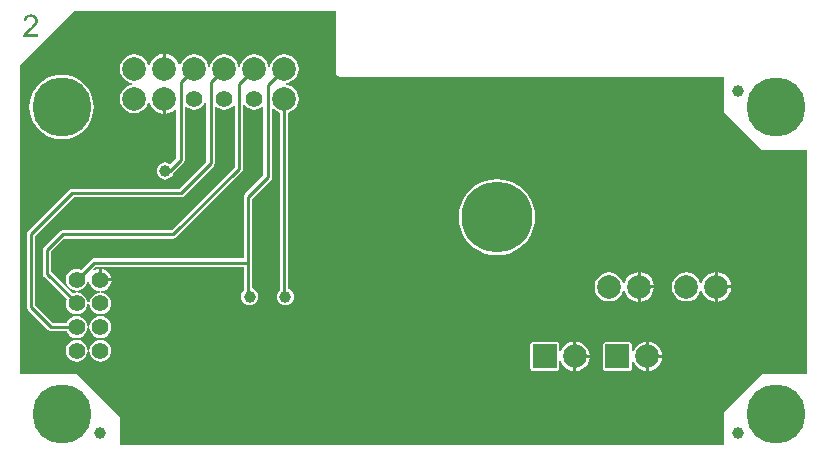
<source format=gbl>
G04 Layer_Physical_Order=2*
G04 Layer_Color=255*
%FSLAX44Y44*%
%MOMM*%
G71*
G01*
G75*
%ADD10C,1.0000*%
%ADD14C,0.2540*%
%ADD15C,2.0000*%
%ADD16C,1.4000*%
%ADD17R,2.0000X2.0000*%
%ADD18C,5.0000*%
%ADD19C,6.0000*%
G36*
X270735Y317656D02*
X270945Y316602D01*
X271541Y315709D01*
X271710Y315541D01*
X271710Y315541D01*
X272603Y314944D01*
X273656Y314735D01*
X273656Y314735D01*
X599305D01*
Y284523D01*
X631070Y252758D01*
X668987D01*
Y62758D01*
X631070D01*
X621070Y52758D01*
X599305Y30994D01*
Y2753D01*
X87821D01*
Y26007D01*
X51070Y62758D01*
X2753D01*
Y324441D01*
X48810Y370498D01*
X270735D01*
Y317656D01*
D02*
G37*
G36*
X12664Y367445D02*
X12892Y367416D01*
X13178Y367388D01*
X13463Y367359D01*
X13806Y367273D01*
X14491Y367102D01*
X15233Y366817D01*
X15576Y366645D01*
X15919Y366446D01*
X16261Y366217D01*
X16575Y365932D01*
X16604Y365903D01*
X16632Y365875D01*
X16718Y365789D01*
X16832Y365646D01*
X16946Y365503D01*
X17089Y365332D01*
X17232Y365104D01*
X17403Y364875D01*
X17689Y364333D01*
X17946Y363676D01*
X18060Y363334D01*
X18146Y362934D01*
X18174Y362563D01*
X18203Y362135D01*
Y362077D01*
Y361935D01*
X18174Y361706D01*
X18146Y361421D01*
X18088Y361050D01*
X18003Y360679D01*
X17888Y360279D01*
X17717Y359851D01*
X17689Y359794D01*
X17632Y359651D01*
X17517Y359451D01*
X17346Y359165D01*
X17118Y358794D01*
X16861Y358395D01*
X16518Y357966D01*
X16147Y357509D01*
X16090Y357452D01*
X15947Y357281D01*
X15833Y357167D01*
X15662Y356996D01*
X15490Y356824D01*
X15290Y356624D01*
X15062Y356396D01*
X14777Y356139D01*
X14491Y355882D01*
X14148Y355568D01*
X13806Y355254D01*
X13406Y354911D01*
X12978Y354540D01*
X12521Y354141D01*
X12493Y354112D01*
X12435Y354055D01*
X12321Y353969D01*
X12179Y353855D01*
X11836Y353541D01*
X11379Y353170D01*
X10922Y352770D01*
X10494Y352371D01*
X10094Y352000D01*
X9952Y351857D01*
X9809Y351714D01*
X9780Y351685D01*
X9723Y351600D01*
X9609Y351486D01*
X9466Y351314D01*
X9295Y351143D01*
X9124Y350915D01*
X8810Y350458D01*
X18231D01*
Y348202D01*
X5526D01*
Y348231D01*
Y348345D01*
Y348516D01*
X5555Y348716D01*
X5584Y348973D01*
X5612Y349230D01*
X5698Y349544D01*
X5784Y349830D01*
Y349858D01*
X5812Y349887D01*
X5869Y350058D01*
X5983Y350315D01*
X6155Y350629D01*
X6383Y351029D01*
X6640Y351457D01*
X6954Y351914D01*
X7325Y352371D01*
Y352399D01*
X7382Y352428D01*
X7525Y352599D01*
X7782Y352856D01*
X8124Y353199D01*
X8553Y353627D01*
X9095Y354141D01*
X9723Y354683D01*
X10437Y355283D01*
X10466Y355311D01*
X10580Y355397D01*
X10723Y355540D01*
X10951Y355711D01*
X11208Y355911D01*
X11493Y356168D01*
X12121Y356767D01*
X12835Y357395D01*
X13520Y358080D01*
X13863Y358423D01*
X14148Y358737D01*
X14434Y359051D01*
X14662Y359337D01*
Y359365D01*
X14720Y359394D01*
X14777Y359479D01*
X14834Y359594D01*
X15005Y359879D01*
X15233Y360250D01*
X15433Y360707D01*
X15604Y361192D01*
X15719Y361678D01*
X15776Y362192D01*
Y362220D01*
Y362249D01*
X15747Y362420D01*
X15719Y362677D01*
X15662Y363020D01*
X15519Y363391D01*
X15348Y363791D01*
X15091Y364190D01*
X14748Y364561D01*
X14691Y364590D01*
X14577Y364704D01*
X14348Y364875D01*
X14063Y365047D01*
X13663Y365218D01*
X13235Y365389D01*
X12721Y365503D01*
X12150Y365532D01*
X11979D01*
X11865Y365503D01*
X11551Y365475D01*
X11179Y365389D01*
X10723Y365275D01*
X10266Y365075D01*
X9809Y364818D01*
X9409Y364476D01*
X9381Y364418D01*
X9266Y364276D01*
X9095Y364047D01*
X8924Y363733D01*
X8724Y363334D01*
X8581Y362848D01*
X8467Y362277D01*
X8410Y361649D01*
X5983Y361906D01*
Y361935D01*
Y362020D01*
X6012Y362163D01*
X6040Y362363D01*
X6097Y362591D01*
X6155Y362848D01*
X6297Y363448D01*
X6526Y364104D01*
X6868Y364790D01*
X7068Y365132D01*
X7297Y365446D01*
X7554Y365760D01*
X7839Y366046D01*
X7868Y366074D01*
X7925Y366103D01*
X8010Y366189D01*
X8124Y366274D01*
X8296Y366389D01*
X8496Y366503D01*
X8724Y366617D01*
X9010Y366760D01*
X9295Y366902D01*
X9609Y367017D01*
X9980Y367131D01*
X10380Y367245D01*
X10780Y367331D01*
X11236Y367416D01*
X11693Y367445D01*
X12207Y367473D01*
X12464D01*
X12664Y367445D01*
D02*
G37*
%LPC*%
G36*
X474022Y90444D02*
Y79233D01*
X485233D01*
X484969Y81237D01*
X483706Y84287D01*
X481696Y86907D01*
X479076Y88917D01*
X476026Y90180D01*
X474022Y90444D01*
D02*
G37*
G36*
X535560Y90322D02*
Y79111D01*
X546771D01*
X546507Y81115D01*
X545244Y84165D01*
X543234Y86785D01*
X540614Y88795D01*
X537564Y90058D01*
X535560Y90322D01*
D02*
G37*
G36*
X471482Y90444D02*
X469478Y90180D01*
X466428Y88917D01*
X463808Y86907D01*
X461798Y84287D01*
X460865Y82034D01*
X459595Y82287D01*
Y87963D01*
X459424Y88821D01*
X458938Y89549D01*
X458210Y90035D01*
X457352Y90206D01*
X437352D01*
X436494Y90035D01*
X435766Y89549D01*
X435280Y88821D01*
X435109Y87963D01*
Y67963D01*
X435280Y67105D01*
X435766Y66377D01*
X436494Y65891D01*
X437352Y65720D01*
X457352D01*
X458210Y65891D01*
X458938Y66377D01*
X459424Y67105D01*
X459595Y67963D01*
Y73639D01*
X460865Y73892D01*
X461798Y71639D01*
X463808Y69019D01*
X466428Y67009D01*
X469478Y65746D01*
X471482Y65482D01*
Y77963D01*
Y90444D01*
D02*
G37*
G36*
X533020Y90322D02*
X531017Y90058D01*
X527966Y88795D01*
X525347Y86785D01*
X523336Y84165D01*
X522403Y81912D01*
X521133Y82165D01*
Y87841D01*
X520963Y88700D01*
X520476Y89427D01*
X519749Y89914D01*
X518890Y90084D01*
X498890D01*
X498032Y89914D01*
X497304Y89427D01*
X496818Y88700D01*
X496647Y87841D01*
Y67841D01*
X496818Y66983D01*
X497304Y66255D01*
X498032Y65769D01*
X498890Y65598D01*
X518890D01*
X519749Y65769D01*
X520476Y66255D01*
X520963Y66983D01*
X521133Y67841D01*
Y73517D01*
X522403Y73770D01*
X523336Y71517D01*
X525347Y68898D01*
X527966Y66887D01*
X531017Y65624D01*
X533020Y65360D01*
Y77841D01*
Y90322D01*
D02*
G37*
G36*
X485233Y76693D02*
X474022D01*
Y65482D01*
X476026Y65746D01*
X479076Y67009D01*
X481696Y69019D01*
X483706Y71639D01*
X484969Y74689D01*
X485233Y76693D01*
D02*
G37*
G36*
X546771Y76571D02*
X535560D01*
Y65360D01*
X537564Y65624D01*
X540614Y66887D01*
X543234Y68898D01*
X545244Y71517D01*
X546507Y74568D01*
X546771Y76571D01*
D02*
G37*
G36*
X71070Y92037D02*
X68668Y91721D01*
X66430Y90794D01*
X64509Y89320D01*
X63034Y87398D01*
X62107Y85160D01*
X61791Y82758D01*
X62107Y80357D01*
X63034Y78119D01*
X64509Y76197D01*
X66430Y74722D01*
X68668Y73795D01*
X71070Y73479D01*
X73472Y73795D01*
X75710Y74722D01*
X77632Y76197D01*
X79106Y78119D01*
X80033Y80357D01*
X80349Y82758D01*
X80033Y85160D01*
X79106Y87398D01*
X77632Y89320D01*
X75710Y90794D01*
X73472Y91721D01*
X71070Y92037D01*
D02*
G37*
G36*
X51070D02*
X48668Y91721D01*
X46430Y90794D01*
X44509Y89320D01*
X43034Y87398D01*
X42107Y85160D01*
X41791Y82758D01*
X42107Y80357D01*
X43034Y78119D01*
X44509Y76197D01*
X46430Y74722D01*
X48668Y73795D01*
X51070Y73479D01*
X53472Y73795D01*
X55710Y74722D01*
X57632Y76197D01*
X59106Y78119D01*
X60033Y80357D01*
X60349Y82758D01*
X60033Y85160D01*
X59106Y87398D01*
X57632Y89320D01*
X55710Y90794D01*
X53472Y91721D01*
X51070Y92037D01*
D02*
G37*
G36*
X71070Y112037D02*
X68668Y111721D01*
X66430Y110794D01*
X64509Y109320D01*
X63034Y107398D01*
X62107Y105160D01*
X61791Y102758D01*
X62107Y100357D01*
X63034Y98118D01*
X64509Y96197D01*
X66430Y94722D01*
X68668Y93795D01*
X71070Y93479D01*
X73472Y93795D01*
X75710Y94722D01*
X77632Y96197D01*
X79106Y98118D01*
X80033Y100357D01*
X80349Y102758D01*
X80033Y105160D01*
X79106Y107398D01*
X77632Y109320D01*
X75710Y110794D01*
X73472Y111721D01*
X71070Y112037D01*
D02*
G37*
G36*
X72340Y152213D02*
Y144028D01*
X80525D01*
X80365Y145249D01*
X79403Y147569D01*
X77874Y149562D01*
X75881Y151091D01*
X73561Y152053D01*
X72340Y152213D01*
D02*
G37*
G36*
X591379Y149154D02*
X589375Y148890D01*
X586325Y147627D01*
X583705Y145617D01*
X581695Y142997D01*
X580432Y139946D01*
X580418Y139842D01*
X579137D01*
X579135Y139858D01*
X577905Y142825D01*
X575950Y145374D01*
X573401Y147330D01*
X570434Y148559D01*
X567249Y148978D01*
X564064Y148559D01*
X561096Y147330D01*
X558548Y145374D01*
X556592Y142825D01*
X555363Y139858D01*
X554943Y136673D01*
X555363Y133488D01*
X556592Y130520D01*
X558548Y127972D01*
X561096Y126016D01*
X564064Y124787D01*
X567249Y124368D01*
X570434Y124787D01*
X573401Y126016D01*
X575950Y127972D01*
X577905Y130520D01*
X579135Y133488D01*
X579137Y133504D01*
X580418D01*
X580432Y133399D01*
X581695Y130349D01*
X583705Y127729D01*
X586325Y125719D01*
X589375Y124456D01*
X591379Y124192D01*
Y136673D01*
Y149154D01*
D02*
G37*
G36*
X406749Y227973D02*
X401696Y227575D01*
X396768Y226392D01*
X392085Y224452D01*
X387763Y221804D01*
X383909Y218512D01*
X380618Y214658D01*
X377970Y210337D01*
X376030Y205654D01*
X374847Y200726D01*
X374449Y195673D01*
X374847Y190620D01*
X376030Y185692D01*
X377970Y181009D01*
X380618Y176688D01*
X383909Y172834D01*
X387763Y169542D01*
X392085Y166894D01*
X396768Y164954D01*
X401696Y163771D01*
X406749Y163373D01*
X411801Y163771D01*
X416730Y164954D01*
X421412Y166894D01*
X425734Y169542D01*
X429588Y172834D01*
X432880Y176688D01*
X435528Y181009D01*
X437467Y185692D01*
X438651Y190620D01*
X439048Y195673D01*
X438651Y200726D01*
X437467Y205654D01*
X435528Y210337D01*
X432880Y214658D01*
X429588Y218512D01*
X425734Y221804D01*
X421412Y224452D01*
X416730Y226392D01*
X411801Y227575D01*
X406749Y227973D01*
D02*
G37*
G36*
X126409Y333858D02*
Y321377D01*
X123869D01*
Y333858D01*
X121865Y333595D01*
X118815Y332331D01*
X116195Y330321D01*
X114185Y327702D01*
X112922Y324651D01*
X112908Y324547D01*
X111627D01*
X111625Y324562D01*
X110396Y327530D01*
X108440Y330079D01*
X105892Y332034D01*
X102924Y333264D01*
X99739Y333683D01*
X96554Y333264D01*
X93586Y332034D01*
X91038Y330079D01*
X89082Y327530D01*
X87853Y324562D01*
X87434Y321377D01*
X87853Y318193D01*
X89082Y315225D01*
X91038Y312676D01*
X93586Y310721D01*
X96554Y309492D01*
X97872Y309318D01*
Y308037D01*
X96554Y307864D01*
X93586Y306634D01*
X91038Y304679D01*
X89082Y302130D01*
X87853Y299162D01*
X87434Y295977D01*
X87853Y292793D01*
X89082Y289825D01*
X91038Y287276D01*
X93586Y285321D01*
X96554Y284091D01*
X99739Y283672D01*
X102924Y284091D01*
X105892Y285321D01*
X108440Y287276D01*
X110396Y289825D01*
X111625Y292793D01*
X111627Y292808D01*
X112908D01*
X112922Y292704D01*
X114185Y289653D01*
X116195Y287034D01*
X118815Y285024D01*
X121865Y283760D01*
X123869Y283496D01*
Y295977D01*
X126409D01*
Y283496D01*
X128413Y283760D01*
X131463Y285024D01*
X134083Y287034D01*
X134229Y287224D01*
X135431Y286816D01*
Y245691D01*
X130319Y240578D01*
X129533Y241181D01*
X127782Y241906D01*
X125902Y242154D01*
X124023Y241906D01*
X122271Y241181D01*
X120767Y240027D01*
X119613Y238523D01*
X118888Y236771D01*
X118640Y234892D01*
X118888Y233012D01*
X119613Y231261D01*
X120767Y229757D01*
X122271Y228603D01*
X124023Y227877D01*
X125902Y227630D01*
X127782Y227877D01*
X129533Y228603D01*
X131037Y229757D01*
X132191Y231261D01*
X132917Y233012D01*
X132941Y233193D01*
X141471Y241724D01*
X142238Y242871D01*
X142507Y244225D01*
Y289356D01*
X143710Y289765D01*
X143977Y289416D01*
X145899Y287941D01*
X148137Y287014D01*
X150539Y286698D01*
X152941Y287014D01*
X155179Y287941D01*
X157100Y289416D01*
X158575Y291338D01*
X159502Y293576D01*
X159549Y293931D01*
X160819Y293848D01*
Y242704D01*
X137877Y219762D01*
X47091D01*
X45737Y219493D01*
X44589Y218726D01*
X9903Y184040D01*
X9136Y182892D01*
X8867Y181538D01*
Y119901D01*
X9136Y118547D01*
X9903Y117399D01*
X27046Y100256D01*
X28194Y99489D01*
X29548Y99220D01*
X42578D01*
X43034Y98118D01*
X44509Y96197D01*
X46430Y94722D01*
X48668Y93795D01*
X51070Y93479D01*
X53472Y93795D01*
X55710Y94722D01*
X57632Y96197D01*
X59106Y98118D01*
X60033Y100357D01*
X60349Y102758D01*
X60033Y105160D01*
X59106Y107398D01*
X57632Y109320D01*
X55710Y110794D01*
X53472Y111721D01*
X51070Y112037D01*
X48668Y111721D01*
X46430Y110794D01*
X44509Y109320D01*
X43034Y107398D01*
X42578Y106296D01*
X31013D01*
X15943Y121367D01*
Y180073D01*
X48557Y212686D01*
X139343D01*
X140697Y212956D01*
X141844Y213723D01*
X166859Y238737D01*
X167626Y239885D01*
X167895Y241239D01*
Y289262D01*
X169165Y289693D01*
X169377Y289416D01*
X171299Y287941D01*
X173537Y287014D01*
X175939Y286698D01*
X178341Y287014D01*
X180579Y287941D01*
X182500Y289416D01*
X183816Y291131D01*
X184626Y291017D01*
X185086Y290790D01*
Y238411D01*
X131344Y184668D01*
X39067D01*
X37713Y184398D01*
X36566Y183631D01*
X23629Y170695D01*
X22863Y169547D01*
X22593Y168193D01*
Y147697D01*
X22863Y146343D01*
X23629Y145195D01*
X42563Y126262D01*
X42107Y125160D01*
X41791Y122758D01*
X42107Y120357D01*
X43034Y118118D01*
X44509Y116197D01*
X46430Y114722D01*
X48668Y113795D01*
X51070Y113479D01*
X53472Y113795D01*
X55710Y114722D01*
X57632Y116197D01*
X59106Y118118D01*
X60033Y120357D01*
X60349Y122758D01*
X60033Y125160D01*
X59106Y127398D01*
X57632Y129320D01*
X55710Y130794D01*
X53472Y131721D01*
X51070Y132037D01*
X48668Y131721D01*
X47567Y131265D01*
X29669Y149163D01*
Y166728D01*
X40533Y177592D01*
X132809D01*
X134163Y177861D01*
X135311Y178628D01*
X191126Y234443D01*
X191893Y235591D01*
X192162Y236945D01*
Y290819D01*
X192816Y291116D01*
X193432Y291169D01*
X194777Y289416D01*
X196699Y287941D01*
X198937Y287014D01*
X201339Y286698D01*
X203741Y287014D01*
X205979Y287941D01*
X207900Y289416D01*
X207965Y289500D01*
X209167Y289091D01*
Y231193D01*
X193302Y215327D01*
X192535Y214180D01*
X192265Y212826D01*
Y160774D01*
X65547D01*
X64194Y160504D01*
X63046Y159737D01*
X54573Y151265D01*
X53472Y151721D01*
X51070Y152037D01*
X48668Y151721D01*
X46430Y150794D01*
X44509Y149320D01*
X43034Y147398D01*
X42107Y145160D01*
X41791Y142758D01*
X42107Y140357D01*
X43034Y138118D01*
X44509Y136197D01*
X46430Y134722D01*
X48668Y133795D01*
X51070Y133479D01*
X53472Y133795D01*
X55710Y134722D01*
X57632Y136197D01*
X59106Y138118D01*
X60033Y140357D01*
X60258Y142065D01*
X61539D01*
X61776Y140268D01*
X62737Y137947D01*
X64266Y135954D01*
X66259Y134425D01*
X68580Y133464D01*
X70376Y133227D01*
Y131946D01*
X68668Y131721D01*
X66430Y130794D01*
X64509Y129320D01*
X63034Y127398D01*
X62107Y125160D01*
X61791Y122758D01*
X62107Y120357D01*
X63034Y118118D01*
X64509Y116197D01*
X66430Y114722D01*
X68668Y113795D01*
X71070Y113479D01*
X73472Y113795D01*
X75710Y114722D01*
X77632Y116197D01*
X79106Y118118D01*
X80033Y120357D01*
X80349Y122758D01*
X80033Y125160D01*
X79106Y127398D01*
X77632Y129320D01*
X75710Y130794D01*
X73472Y131721D01*
X71764Y131946D01*
Y133227D01*
X73561Y133464D01*
X75881Y134425D01*
X77874Y135954D01*
X79403Y137947D01*
X80365Y140268D01*
X80525Y141488D01*
X71070D01*
Y142758D01*
X69800D01*
Y152213D01*
X68580Y152053D01*
X66259Y151091D01*
X66017Y150906D01*
X65178Y151863D01*
X67013Y153698D01*
X192265D01*
Y133438D01*
X191259Y132126D01*
X190534Y130374D01*
X190286Y128495D01*
X190534Y126615D01*
X191259Y124864D01*
X192413Y123360D01*
X193917Y122206D01*
X195669Y121480D01*
X197548Y121233D01*
X199428Y121480D01*
X201179Y122206D01*
X202683Y123360D01*
X203837Y124864D01*
X204563Y126615D01*
X204810Y128495D01*
X204563Y130374D01*
X203837Y132126D01*
X202683Y133630D01*
X201179Y134784D01*
X199428Y135510D01*
X199341Y135521D01*
Y157982D01*
Y211360D01*
X215207Y227226D01*
X215974Y228374D01*
X216243Y229728D01*
Y287640D01*
X217446Y288048D01*
X218038Y287276D01*
X220586Y285321D01*
X223201Y284238D01*
Y133815D01*
X222656Y133397D01*
X221502Y131893D01*
X220776Y130142D01*
X220529Y128262D01*
X220776Y126383D01*
X221502Y124631D01*
X222656Y123127D01*
X224160Y121973D01*
X225912Y121248D01*
X227791Y121000D01*
X229671Y121248D01*
X231422Y121973D01*
X232926Y123127D01*
X234080Y124631D01*
X234806Y126383D01*
X235053Y128262D01*
X234806Y130142D01*
X234080Y131893D01*
X232926Y133397D01*
X231422Y134551D01*
X230277Y135026D01*
Y284238D01*
X232892Y285321D01*
X235440Y287276D01*
X237396Y289825D01*
X238625Y292793D01*
X239044Y295977D01*
X238625Y299162D01*
X237396Y302130D01*
X235440Y304679D01*
X232892Y306634D01*
X229924Y307864D01*
X228606Y308037D01*
Y309318D01*
X229924Y309492D01*
X232892Y310721D01*
X235440Y312676D01*
X237396Y315225D01*
X238625Y318193D01*
X239044Y321377D01*
X238625Y324562D01*
X237396Y327530D01*
X235440Y330079D01*
X232892Y332034D01*
X229924Y333264D01*
X226739Y333683D01*
X223554Y333264D01*
X220586Y332034D01*
X218038Y330079D01*
X216082Y327530D01*
X214853Y324562D01*
X214679Y323244D01*
X213398D01*
X213225Y324562D01*
X211996Y327530D01*
X210040Y330079D01*
X207492Y332034D01*
X204524Y333264D01*
X201339Y333683D01*
X198154Y333264D01*
X195186Y332034D01*
X192638Y330079D01*
X190682Y327530D01*
X189453Y324562D01*
X189279Y323244D01*
X187999D01*
X187825Y324562D01*
X186596Y327530D01*
X184640Y330079D01*
X182092Y332034D01*
X179124Y333264D01*
X175939Y333683D01*
X172754Y333264D01*
X169786Y332034D01*
X167238Y330079D01*
X165282Y327530D01*
X164053Y324562D01*
X163879Y323244D01*
X162598D01*
X162425Y324562D01*
X161196Y327530D01*
X159240Y330079D01*
X156692Y332034D01*
X153724Y333264D01*
X150539Y333683D01*
X147354Y333264D01*
X144386Y332034D01*
X141838Y330079D01*
X139882Y327530D01*
X138653Y324562D01*
X138651Y324547D01*
X137370D01*
X137356Y324651D01*
X136093Y327702D01*
X134083Y330321D01*
X131463Y332331D01*
X128413Y333595D01*
X126409Y333858D01*
D02*
G37*
G36*
X38230Y316242D02*
X33962Y315906D01*
X29799Y314907D01*
X25843Y313269D01*
X22193Y311031D01*
X18937Y308251D01*
X16157Y304995D01*
X13920Y301345D01*
X12281Y297389D01*
X11282Y293226D01*
X10946Y288958D01*
X11282Y284690D01*
X12281Y280527D01*
X13920Y276572D01*
X16157Y272921D01*
X18937Y269665D01*
X22193Y266885D01*
X25843Y264648D01*
X29799Y263009D01*
X33962Y262010D01*
X38230Y261674D01*
X42498Y262010D01*
X46661Y263009D01*
X50617Y264648D01*
X54267Y266885D01*
X57523Y269665D01*
X60303Y272921D01*
X62540Y276572D01*
X64179Y280527D01*
X65178Y284690D01*
X65514Y288958D01*
X65178Y293226D01*
X64179Y297389D01*
X62540Y301345D01*
X60303Y304995D01*
X57523Y308251D01*
X54267Y311031D01*
X50617Y313269D01*
X46661Y314907D01*
X42498Y315906D01*
X38230Y316242D01*
D02*
G37*
G36*
X605130Y135403D02*
X593919D01*
Y124192D01*
X595922Y124456D01*
X598973Y125719D01*
X601592Y127729D01*
X603602Y130349D01*
X604866Y133399D01*
X605130Y135403D01*
D02*
G37*
G36*
X539630D02*
X528419D01*
Y124192D01*
X530422Y124456D01*
X533473Y125719D01*
X536092Y127729D01*
X538102Y130349D01*
X539366Y133399D01*
X539630Y135403D01*
D02*
G37*
G36*
X528419Y149154D02*
Y137943D01*
X539630D01*
X539366Y139946D01*
X538102Y142997D01*
X536092Y145617D01*
X533473Y147627D01*
X530422Y148890D01*
X528419Y149154D01*
D02*
G37*
G36*
X525879Y149154D02*
X523875Y148890D01*
X520825Y147627D01*
X518205Y145617D01*
X516195Y142997D01*
X514931Y139946D01*
X514918Y139842D01*
X513637D01*
X513635Y139858D01*
X512405Y142825D01*
X510450Y145374D01*
X507901Y147330D01*
X504934Y148559D01*
X501749Y148978D01*
X498564Y148559D01*
X495596Y147330D01*
X493047Y145374D01*
X491092Y142825D01*
X489863Y139858D01*
X489443Y136673D01*
X489863Y133488D01*
X491092Y130520D01*
X493047Y127972D01*
X495596Y126016D01*
X498564Y124787D01*
X501749Y124368D01*
X504934Y124787D01*
X507901Y126016D01*
X510450Y127972D01*
X512405Y130520D01*
X513635Y133488D01*
X513637Y133504D01*
X514918D01*
X514931Y133399D01*
X516195Y130349D01*
X518205Y127729D01*
X520825Y125719D01*
X523875Y124456D01*
X525879Y124192D01*
Y136673D01*
Y149154D01*
D02*
G37*
G36*
X593919D02*
Y137943D01*
X605130D01*
X604866Y139946D01*
X603602Y142997D01*
X601592Y145617D01*
X598973Y147627D01*
X595922Y148890D01*
X593919Y149154D01*
D02*
G37*
%LPD*%
D10*
X71070Y12758D02*
D03*
X611070D02*
D03*
Y302758D02*
D03*
X86701Y272973D02*
D03*
X621070Y212758D02*
D03*
X581070D02*
D03*
X281070Y182758D02*
D03*
Y142758D02*
D03*
X391070Y112758D02*
D03*
X351070D02*
D03*
X451070Y212758D02*
D03*
Y182758D02*
D03*
X431070Y142758D02*
D03*
X391070D02*
D03*
X351070Y222758D02*
D03*
X214065Y174790D02*
D03*
X351070Y182758D02*
D03*
Y162758D02*
D03*
Y142758D02*
D03*
X311070D02*
D03*
Y162758D02*
D03*
Y182758D02*
D03*
Y202758D02*
D03*
Y222758D02*
D03*
X581070Y262758D02*
D03*
X441070Y242758D02*
D03*
X391070D02*
D03*
X351070D02*
D03*
X311070D02*
D03*
X271070Y262758D02*
D03*
X212670Y214338D02*
D03*
X180100Y173859D02*
D03*
X391070Y262758D02*
D03*
X441070D02*
D03*
X271070Y282758D02*
D03*
Y302758D02*
D03*
X581070D02*
D03*
Y282758D02*
D03*
Y242758D02*
D03*
X621070D02*
D03*
X651070D02*
D03*
X661070Y202758D02*
D03*
X519492Y115110D02*
D03*
X591070Y162758D02*
D03*
X561070D02*
D03*
X531070D02*
D03*
X501070D02*
D03*
X471070D02*
D03*
X451070Y142758D02*
D03*
X411070Y102758D02*
D03*
X391070Y82758D02*
D03*
X351070D02*
D03*
X561070Y52758D02*
D03*
X601070D02*
D03*
X571070Y22758D02*
D03*
X411070D02*
D03*
X381070D02*
D03*
X341070D02*
D03*
X301070D02*
D03*
X261070D02*
D03*
X221070D02*
D03*
X181070D02*
D03*
X141070D02*
D03*
X101070D02*
D03*
X401070Y42758D02*
D03*
X381070D02*
D03*
X361070D02*
D03*
X341070D02*
D03*
X321070D02*
D03*
X301070D02*
D03*
X281070D02*
D03*
X261070D02*
D03*
X241070D02*
D03*
X221070D02*
D03*
X201070D02*
D03*
X181070D02*
D03*
X161070D02*
D03*
X141070D02*
D03*
X121070D02*
D03*
X101070D02*
D03*
X11070Y72758D02*
D03*
Y102758D02*
D03*
Y262758D02*
D03*
X261070Y362758D02*
D03*
X71070Y272758D02*
D03*
X54647Y199416D02*
D03*
X71070Y312758D02*
D03*
X11070D02*
D03*
X41070Y332758D02*
D03*
X71070D02*
D03*
Y352758D02*
D03*
X136570Y336258D02*
D03*
X202070Y339758D02*
D03*
X573247Y80305D02*
D03*
X123070Y135758D02*
D03*
X320570Y78758D02*
D03*
X284070Y78258D02*
D03*
X241982Y215734D02*
D03*
X242070Y252258D02*
D03*
X178070Y270758D02*
D03*
X44570Y163758D02*
D03*
X111570Y171258D02*
D03*
X90070D02*
D03*
X98070Y147758D02*
D03*
X237562Y110582D02*
D03*
X176570Y116258D02*
D03*
X151070Y115758D02*
D03*
X131070D02*
D03*
X241070Y172758D02*
D03*
X31070Y122758D02*
D03*
X11070Y222758D02*
D03*
Y242758D02*
D03*
X91070Y252758D02*
D03*
X121070Y272758D02*
D03*
X111070Y232758D02*
D03*
X151070Y242758D02*
D03*
X140319Y203869D02*
D03*
X101070Y202758D02*
D03*
X201070Y252758D02*
D03*
Y272758D02*
D03*
X151070D02*
D03*
X141070Y172758D02*
D03*
X165212Y140592D02*
D03*
X81331Y201350D02*
D03*
X180798Y213640D02*
D03*
X141070Y132758D02*
D03*
X125902Y234892D02*
D03*
X227791Y128262D02*
D03*
X197548Y128495D02*
D03*
D14*
X12405Y119901D02*
X29548Y102758D01*
X39067Y181130D02*
X132809D01*
X125902Y234892D02*
X129636D01*
X138969Y244225D01*
X164357Y241239D02*
Y309795D01*
X139343Y216224D02*
X164357Y241239D01*
X138969Y244225D02*
Y309808D01*
X132809Y181130D02*
X188624Y236945D01*
X29548Y102758D02*
X51070D01*
X138969Y309808D02*
X150539Y321377D01*
X164357Y309795D02*
X175939Y321377D01*
X188624Y236945D02*
Y308663D01*
X201339Y321377D01*
X212705Y307344D02*
X226739Y321377D01*
X51070Y142758D02*
X65547Y157236D01*
X26131Y168193D02*
X39067Y181130D01*
X26131Y147697D02*
Y168193D01*
Y147697D02*
X51070Y122758D01*
X12405Y181538D02*
X47091Y216224D01*
X12405Y119901D02*
Y181538D01*
X47091Y216224D02*
X139343D01*
X226739Y129314D02*
Y295977D01*
X195058Y157236D02*
X195804Y157982D01*
Y128495D02*
Y157982D01*
X65547Y157236D02*
X195058D01*
X226739Y129314D02*
X227791Y128262D01*
X195804Y157982D02*
Y212826D01*
X212705Y229728D01*
Y307344D01*
D15*
X99739Y321377D02*
D03*
Y295977D02*
D03*
X125139Y321377D02*
D03*
Y295977D02*
D03*
X150539Y321377D02*
D03*
X175939D02*
D03*
X201339D02*
D03*
X226739Y295977D02*
D03*
Y321377D02*
D03*
X527149Y136673D02*
D03*
X501749D02*
D03*
X592649D02*
D03*
X567249D02*
D03*
X534290Y77841D02*
D03*
X472752Y77963D02*
D03*
D16*
X150539Y295977D02*
D03*
X175939D02*
D03*
X201339D02*
D03*
X51070Y82758D02*
D03*
X71070D02*
D03*
X51070Y102758D02*
D03*
X71070D02*
D03*
X51070Y122758D02*
D03*
X71070D02*
D03*
X51070Y142758D02*
D03*
X71070D02*
D03*
D17*
X508890Y77841D02*
D03*
X447352Y77963D02*
D03*
D18*
X643230Y28958D02*
D03*
X38230Y28958D02*
D03*
X643230Y288958D02*
D03*
X38230D02*
D03*
D19*
X406749Y195673D02*
D03*
M02*

</source>
